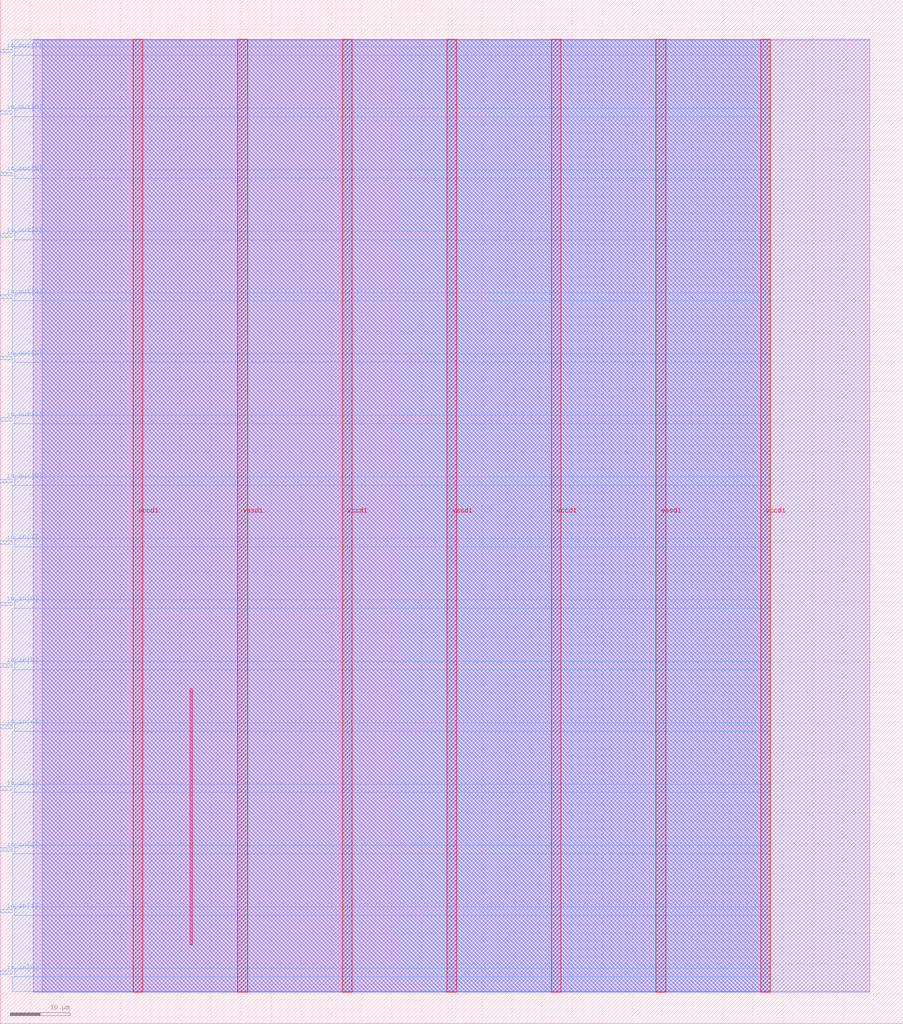
<source format=lef>
VERSION 5.7 ;
  NOWIREEXTENSIONATPIN ON ;
  DIVIDERCHAR "/" ;
  BUSBITCHARS "[]" ;
MACRO user_module_341516949939814994
  CLASS BLOCK ;
  FOREIGN user_module_341516949939814994 ;
  ORIGIN 0.000 0.000 ;
  SIZE 150.000 BY 170.000 ;
  PIN io_in[0]
    DIRECTION INPUT ;
    USE SIGNAL ;
    PORT
      LAYER met3 ;
        RECT 0.000 8.200 2.000 8.800 ;
    END
  END io_in[0]
  PIN io_in[1]
    DIRECTION INPUT ;
    USE SIGNAL ;
    PORT
      LAYER met3 ;
        RECT 0.000 18.400 2.000 19.000 ;
    END
  END io_in[1]
  PIN io_in[2]
    DIRECTION INPUT ;
    USE SIGNAL ;
    PORT
      LAYER met3 ;
        RECT 0.000 28.600 2.000 29.200 ;
    END
  END io_in[2]
  PIN io_in[3]
    DIRECTION INPUT ;
    USE SIGNAL ;
    PORT
      LAYER met3 ;
        RECT 0.000 38.800 2.000 39.400 ;
    END
  END io_in[3]
  PIN io_in[4]
    DIRECTION INPUT ;
    USE SIGNAL ;
    PORT
      LAYER met3 ;
        RECT 0.000 49.000 2.000 49.600 ;
    END
  END io_in[4]
  PIN io_in[5]
    DIRECTION INPUT ;
    USE SIGNAL ;
    PORT
      LAYER met3 ;
        RECT 0.000 59.200 2.000 59.800 ;
    END
  END io_in[5]
  PIN io_in[6]
    DIRECTION INPUT ;
    USE SIGNAL ;
    PORT
      LAYER met3 ;
        RECT 0.000 69.400 2.000 70.000 ;
    END
  END io_in[6]
  PIN io_in[7]
    DIRECTION INPUT ;
    USE SIGNAL ;
    PORT
      LAYER met3 ;
        RECT 0.000 79.600 2.000 80.200 ;
    END
  END io_in[7]
  PIN io_out[0]
    DIRECTION OUTPUT TRISTATE ;
    USE SIGNAL ;
    PORT
      LAYER met3 ;
        RECT 0.000 89.800 2.000 90.400 ;
    END
  END io_out[0]
  PIN io_out[1]
    DIRECTION OUTPUT TRISTATE ;
    USE SIGNAL ;
    PORT
      LAYER met3 ;
        RECT 0.000 100.000 2.000 100.600 ;
    END
  END io_out[1]
  PIN io_out[2]
    DIRECTION OUTPUT TRISTATE ;
    USE SIGNAL ;
    PORT
      LAYER met3 ;
        RECT 0.000 110.200 2.000 110.800 ;
    END
  END io_out[2]
  PIN io_out[3]
    DIRECTION OUTPUT TRISTATE ;
    USE SIGNAL ;
    PORT
      LAYER met3 ;
        RECT 0.000 120.400 2.000 121.000 ;
    END
  END io_out[3]
  PIN io_out[4]
    DIRECTION OUTPUT TRISTATE ;
    USE SIGNAL ;
    PORT
      LAYER met3 ;
        RECT 0.000 130.600 2.000 131.200 ;
    END
  END io_out[4]
  PIN io_out[5]
    DIRECTION OUTPUT TRISTATE ;
    USE SIGNAL ;
    PORT
      LAYER met3 ;
        RECT 0.000 140.800 2.000 141.400 ;
    END
  END io_out[5]
  PIN io_out[6]
    DIRECTION OUTPUT TRISTATE ;
    USE SIGNAL ;
    PORT
      LAYER met3 ;
        RECT 0.000 151.000 2.000 151.600 ;
    END
  END io_out[6]
  PIN io_out[7]
    DIRECTION OUTPUT TRISTATE ;
    USE SIGNAL ;
    PORT
      LAYER met3 ;
        RECT 0.000 161.200 2.000 161.800 ;
    END
  END io_out[7]
  PIN vccd1
    DIRECTION INOUT ;
    USE POWER ;
    PORT
      LAYER met4 ;
        RECT 22.090 5.200 23.690 163.440 ;
    END
    PORT
      LAYER met4 ;
        RECT 56.830 5.200 58.430 163.440 ;
    END
    PORT
      LAYER met4 ;
        RECT 91.570 5.200 93.170 163.440 ;
    END
    PORT
      LAYER met4 ;
        RECT 126.310 5.200 127.910 163.440 ;
    END
  END vccd1
  PIN vssd1
    DIRECTION INOUT ;
    USE GROUND ;
    PORT
      LAYER met4 ;
        RECT 39.460 5.200 41.060 163.440 ;
    END
    PORT
      LAYER met4 ;
        RECT 74.200 5.200 75.800 163.440 ;
    END
    PORT
      LAYER met4 ;
        RECT 108.940 5.200 110.540 163.440 ;
    END
  END vssd1
  OBS
      LAYER li1 ;
        RECT 5.520 5.355 144.440 163.285 ;
      LAYER met1 ;
        RECT 5.520 5.200 144.440 163.440 ;
      LAYER met2 ;
        RECT 6.990 5.255 127.880 163.385 ;
      LAYER met3 ;
        RECT 2.000 162.200 127.900 163.365 ;
        RECT 2.400 160.800 127.900 162.200 ;
        RECT 2.000 152.000 127.900 160.800 ;
        RECT 2.400 150.600 127.900 152.000 ;
        RECT 2.000 141.800 127.900 150.600 ;
        RECT 2.400 140.400 127.900 141.800 ;
        RECT 2.000 131.600 127.900 140.400 ;
        RECT 2.400 130.200 127.900 131.600 ;
        RECT 2.000 121.400 127.900 130.200 ;
        RECT 2.400 120.000 127.900 121.400 ;
        RECT 2.000 111.200 127.900 120.000 ;
        RECT 2.400 109.800 127.900 111.200 ;
        RECT 2.000 101.000 127.900 109.800 ;
        RECT 2.400 99.600 127.900 101.000 ;
        RECT 2.000 90.800 127.900 99.600 ;
        RECT 2.400 89.400 127.900 90.800 ;
        RECT 2.000 80.600 127.900 89.400 ;
        RECT 2.400 79.200 127.900 80.600 ;
        RECT 2.000 70.400 127.900 79.200 ;
        RECT 2.400 69.000 127.900 70.400 ;
        RECT 2.000 60.200 127.900 69.000 ;
        RECT 2.400 58.800 127.900 60.200 ;
        RECT 2.000 50.000 127.900 58.800 ;
        RECT 2.400 48.600 127.900 50.000 ;
        RECT 2.000 39.800 127.900 48.600 ;
        RECT 2.400 38.400 127.900 39.800 ;
        RECT 2.000 29.600 127.900 38.400 ;
        RECT 2.400 28.200 127.900 29.600 ;
        RECT 2.000 19.400 127.900 28.200 ;
        RECT 2.400 18.000 127.900 19.400 ;
        RECT 2.000 9.200 127.900 18.000 ;
        RECT 2.400 7.800 127.900 9.200 ;
        RECT 2.000 5.275 127.900 7.800 ;
      LAYER met4 ;
        RECT 31.575 13.095 31.905 55.585 ;
  END
END user_module_341516949939814994
END LIBRARY


</source>
